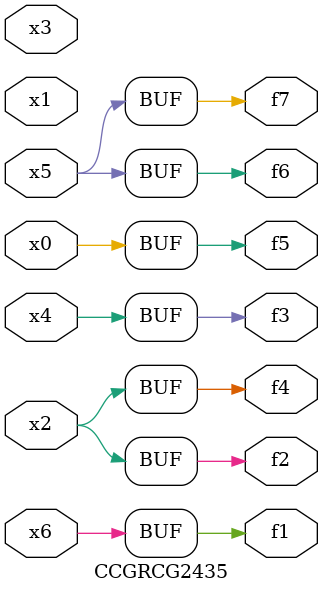
<source format=v>
module CCGRCG2435(
	input x0, x1, x2, x3, x4, x5, x6,
	output f1, f2, f3, f4, f5, f6, f7
);
	assign f1 = x6;
	assign f2 = x2;
	assign f3 = x4;
	assign f4 = x2;
	assign f5 = x0;
	assign f6 = x5;
	assign f7 = x5;
endmodule

</source>
